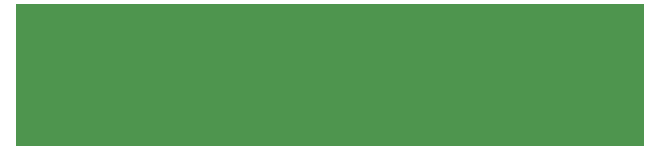
<source format=gbr>
G04 ===== Begin FILE IDENTIFICATION =====*
G04 File Format:  Gerber RS274X*
G04 ===== End FILE IDENTIFICATION =====*
%FSLAX26Y26*%
%MOIN*%
%SFA1.0000B1.0000*%
%OFA0.0B0.0*%
%ADD14R,2.093618X0.472441*%
%LNdefault*%
%IPPOS*%
%LPD*%
G75*
D14*
X1059490Y0D03*
M02*


</source>
